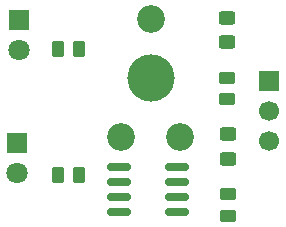
<source format=gts>
G04 #@! TF.GenerationSoftware,KiCad,Pcbnew,9.0.2*
G04 #@! TF.CreationDate,2025-06-05T16:56:41+03:00*
G04 #@! TF.ProjectId,2-Layer-Proximity-PCB,322d4c61-7965-4722-9d50-726f78696d69,rev?*
G04 #@! TF.SameCoordinates,Original*
G04 #@! TF.FileFunction,Soldermask,Top*
G04 #@! TF.FilePolarity,Negative*
%FSLAX46Y46*%
G04 Gerber Fmt 4.6, Leading zero omitted, Abs format (unit mm)*
G04 Created by KiCad (PCBNEW 9.0.2) date 2025-06-05 16:56:41*
%MOMM*%
%LPD*%
G01*
G04 APERTURE LIST*
G04 Aperture macros list*
%AMRoundRect*
0 Rectangle with rounded corners*
0 $1 Rounding radius*
0 $2 $3 $4 $5 $6 $7 $8 $9 X,Y pos of 4 corners*
0 Add a 4 corners polygon primitive as box body*
4,1,4,$2,$3,$4,$5,$6,$7,$8,$9,$2,$3,0*
0 Add four circle primitives for the rounded corners*
1,1,$1+$1,$2,$3*
1,1,$1+$1,$4,$5*
1,1,$1+$1,$6,$7*
1,1,$1+$1,$8,$9*
0 Add four rect primitives between the rounded corners*
20,1,$1+$1,$2,$3,$4,$5,0*
20,1,$1+$1,$4,$5,$6,$7,0*
20,1,$1+$1,$6,$7,$8,$9,0*
20,1,$1+$1,$8,$9,$2,$3,0*%
G04 Aperture macros list end*
%ADD10RoundRect,0.250000X-0.450000X0.262500X-0.450000X-0.262500X0.450000X-0.262500X0.450000X0.262500X0*%
%ADD11R,1.800000X1.800000*%
%ADD12C,1.800000*%
%ADD13RoundRect,0.250000X0.262500X0.450000X-0.262500X0.450000X-0.262500X-0.450000X0.262500X-0.450000X0*%
%ADD14RoundRect,0.150000X-0.825000X-0.150000X0.825000X-0.150000X0.825000X0.150000X-0.825000X0.150000X0*%
%ADD15C,4.000000*%
%ADD16C,2.340000*%
%ADD17RoundRect,0.250000X0.450000X-0.262500X0.450000X0.262500X-0.450000X0.262500X-0.450000X-0.262500X0*%
%ADD18R,1.700000X1.700000*%
%ADD19C,1.700000*%
%ADD20RoundRect,0.250000X-0.450000X0.325000X-0.450000X-0.325000X0.450000X-0.325000X0.450000X0.325000X0*%
G04 APERTURE END LIST*
D10*
X143450000Y-76175000D03*
X143450000Y-78000000D03*
D11*
X125700000Y-81700000D03*
D12*
X125700000Y-84240000D03*
D11*
X125800000Y-71300000D03*
D12*
X125800000Y-73840000D03*
D13*
X129125000Y-84400000D03*
X130950000Y-84400000D03*
X129125000Y-73750000D03*
X130950000Y-73750000D03*
D14*
X134300000Y-83700000D03*
X134300000Y-84970000D03*
X134300000Y-86240000D03*
X134300000Y-87510000D03*
X139250000Y-87510000D03*
X139250000Y-86240000D03*
X139250000Y-84970000D03*
X139250000Y-83700000D03*
D15*
X137000000Y-76150000D03*
D16*
X139500000Y-81150000D03*
X137000000Y-71150000D03*
X134500000Y-81150000D03*
D17*
X143500000Y-87825000D03*
X143500000Y-86000000D03*
D18*
X147000000Y-76460000D03*
D19*
X147000000Y-79000000D03*
X147000000Y-81540000D03*
D20*
X143450000Y-71100000D03*
X143450000Y-73150000D03*
X143500000Y-80950000D03*
X143500000Y-83000000D03*
M02*

</source>
